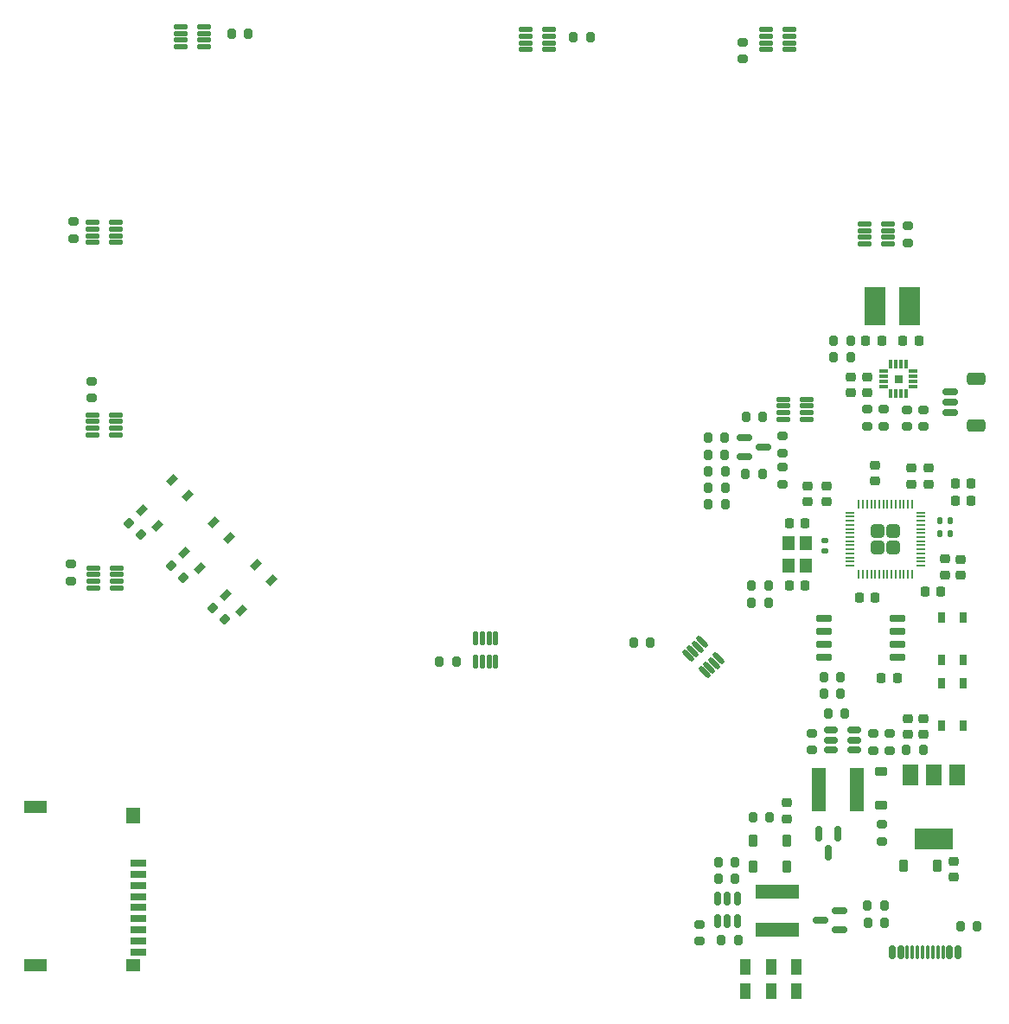
<source format=gbp>
%TF.GenerationSoftware,KiCad,Pcbnew,7.0.7*%
%TF.CreationDate,2023-10-15T16:54:31+01:00*%
%TF.ProjectId,mod-player,6d6f642d-706c-4617-9965-722e6b696361,rev?*%
%TF.SameCoordinates,Original*%
%TF.FileFunction,Paste,Bot*%
%TF.FilePolarity,Positive*%
%FSLAX46Y46*%
G04 Gerber Fmt 4.6, Leading zero omitted, Abs format (unit mm)*
G04 Created by KiCad (PCBNEW 7.0.7) date 2023-10-15 16:54:31*
%MOMM*%
%LPD*%
G01*
G04 APERTURE LIST*
G04 Aperture macros list*
%AMRoundRect*
0 Rectangle with rounded corners*
0 $1 Rounding radius*
0 $2 $3 $4 $5 $6 $7 $8 $9 X,Y pos of 4 corners*
0 Add a 4 corners polygon primitive as box body*
4,1,4,$2,$3,$4,$5,$6,$7,$8,$9,$2,$3,0*
0 Add four circle primitives for the rounded corners*
1,1,$1+$1,$2,$3*
1,1,$1+$1,$4,$5*
1,1,$1+$1,$6,$7*
1,1,$1+$1,$8,$9*
0 Add four rect primitives between the rounded corners*
20,1,$1+$1,$2,$3,$4,$5,0*
20,1,$1+$1,$4,$5,$6,$7,0*
20,1,$1+$1,$6,$7,$8,$9,0*
20,1,$1+$1,$8,$9,$2,$3,0*%
%AMRotRect*
0 Rectangle, with rotation*
0 The origin of the aperture is its center*
0 $1 length*
0 $2 width*
0 $3 Rotation angle, in degrees counterclockwise*
0 Add horizontal line*
21,1,$1,$2,0,0,$3*%
G04 Aperture macros list end*
%ADD10C,0.010000*%
%ADD11RotRect,1.050000X0.650000X45.000000*%
%ADD12RoundRect,0.125000X0.537500X0.125000X-0.537500X0.125000X-0.537500X-0.125000X0.537500X-0.125000X0*%
%ADD13RoundRect,0.150000X0.512500X0.150000X-0.512500X0.150000X-0.512500X-0.150000X0.512500X-0.150000X0*%
%ADD14RoundRect,0.200000X0.200000X0.275000X-0.200000X0.275000X-0.200000X-0.275000X0.200000X-0.275000X0*%
%ADD15RoundRect,0.225000X0.225000X0.250000X-0.225000X0.250000X-0.225000X-0.250000X0.225000X-0.250000X0*%
%ADD16RoundRect,0.200000X-0.200000X-0.275000X0.200000X-0.275000X0.200000X0.275000X-0.200000X0.275000X0*%
%ADD17RoundRect,0.150000X-0.587500X-0.150000X0.587500X-0.150000X0.587500X0.150000X-0.587500X0.150000X0*%
%ADD18RoundRect,0.225000X-0.250000X0.225000X-0.250000X-0.225000X0.250000X-0.225000X0.250000X0.225000X0*%
%ADD19RoundRect,0.200000X0.275000X-0.200000X0.275000X0.200000X-0.275000X0.200000X-0.275000X-0.200000X0*%
%ADD20RoundRect,0.225000X0.250000X-0.225000X0.250000X0.225000X-0.250000X0.225000X-0.250000X-0.225000X0*%
%ADD21RoundRect,0.200000X-0.275000X0.200000X-0.275000X-0.200000X0.275000X-0.200000X0.275000X0.200000X0*%
%ADD22R,1.600000X0.700000*%
%ADD23R,2.200000X1.200000*%
%ADD24R,1.400000X1.600000*%
%ADD25R,1.400000X1.200000*%
%ADD26RoundRect,0.150000X-0.150000X0.587500X-0.150000X-0.587500X0.150000X-0.587500X0.150000X0.587500X0*%
%ADD27RoundRect,0.125000X-0.537500X-0.125000X0.537500X-0.125000X0.537500X0.125000X-0.537500X0.125000X0*%
%ADD28RoundRect,0.225000X-0.225000X-0.250000X0.225000X-0.250000X0.225000X0.250000X-0.225000X0.250000X0*%
%ADD29RoundRect,0.225000X-0.225000X-0.375000X0.225000X-0.375000X0.225000X0.375000X-0.225000X0.375000X0*%
%ADD30RoundRect,0.225000X-0.375000X0.225000X-0.375000X-0.225000X0.375000X-0.225000X0.375000X0.225000X0*%
%ADD31RoundRect,0.150000X0.587500X0.150000X-0.587500X0.150000X-0.587500X-0.150000X0.587500X-0.150000X0*%
%ADD32RoundRect,0.225000X0.225000X0.375000X-0.225000X0.375000X-0.225000X-0.375000X0.225000X-0.375000X0*%
%ADD33RoundRect,0.200000X-0.335876X-0.053033X-0.053033X-0.335876X0.335876X0.053033X0.053033X0.335876X0*%
%ADD34RoundRect,0.150000X0.625000X-0.150000X0.625000X0.150000X-0.625000X0.150000X-0.625000X-0.150000X0*%
%ADD35RoundRect,0.250000X0.650000X-0.350000X0.650000X0.350000X-0.650000X0.350000X-0.650000X-0.350000X0*%
%ADD36RoundRect,0.125000X-0.125000X0.537500X-0.125000X-0.537500X0.125000X-0.537500X0.125000X0.537500X0*%
%ADD37RoundRect,0.125000X0.468458X-0.291682X-0.291682X0.468458X-0.468458X0.291682X0.291682X-0.468458X0*%
%ADD38RoundRect,0.135000X0.135000X0.185000X-0.135000X0.185000X-0.135000X-0.185000X0.135000X-0.185000X0*%
%ADD39RoundRect,0.135000X-0.185000X0.135000X-0.185000X-0.135000X0.185000X-0.135000X0.185000X0.135000X0*%
%ADD40R,1.000000X1.600000*%
%ADD41R,0.650000X1.050000*%
%ADD42R,1.200000X1.400000*%
%ADD43RoundRect,0.249999X0.395001X-0.395001X0.395001X0.395001X-0.395001X0.395001X-0.395001X-0.395001X0*%
%ADD44RoundRect,0.050000X0.050000X-0.387500X0.050000X0.387500X-0.050000X0.387500X-0.050000X-0.387500X0*%
%ADD45RoundRect,0.050000X0.387500X-0.050000X0.387500X0.050000X-0.387500X0.050000X-0.387500X-0.050000X0*%
%ADD46R,2.000000X3.800000*%
%ADD47R,1.500000X2.000000*%
%ADD48R,3.800000X2.000000*%
%ADD49RoundRect,0.008100X0.126900X-0.411900X0.126900X0.411900X-0.126900X0.411900X-0.126900X-0.411900X0*%
%ADD50RoundRect,0.008100X-0.411900X-0.126900X0.411900X-0.126900X0.411900X0.126900X-0.411900X0.126900X0*%
%ADD51RoundRect,0.150000X0.150000X0.500000X-0.150000X0.500000X-0.150000X-0.500000X0.150000X-0.500000X0*%
%ADD52RoundRect,0.075000X0.075000X0.575000X-0.075000X0.575000X-0.075000X-0.575000X0.075000X-0.575000X0*%
%ADD53R,1.400000X4.200000*%
%ADD54RoundRect,0.150000X-0.650000X-0.150000X0.650000X-0.150000X0.650000X0.150000X-0.650000X0.150000X0*%
%ADD55R,4.200000X1.400000*%
%ADD56RoundRect,0.150000X-0.150000X0.512500X-0.150000X-0.512500X0.150000X-0.512500X0.150000X0.512500X0*%
G04 APERTURE END LIST*
%TO.C,U5*%
D10*
X432406000Y-74043400D02*
X431706000Y-74043400D01*
X431706000Y-73343400D01*
X432406000Y-73343400D01*
X432406000Y-74043400D01*
G36*
X432406000Y-74043400D02*
G01*
X431706000Y-74043400D01*
X431706000Y-73343400D01*
X432406000Y-73343400D01*
X432406000Y-74043400D01*
G37*
%TD*%
D11*
%TO.C,SW4*%
X369164107Y-91906917D03*
X366229614Y-94841410D03*
X370684386Y-93427196D03*
X367749893Y-96361689D03*
%TD*%
D12*
%TO.C,U13*%
X355504300Y-92190000D03*
X355504300Y-92840000D03*
X355504300Y-93490000D03*
X355504300Y-94140000D03*
X353229300Y-94140000D03*
X353229300Y-93490000D03*
X353229300Y-92840000D03*
X353229300Y-92190000D03*
%TD*%
D13*
%TO.C,U7*%
X427735300Y-108088600D03*
X427735300Y-109038600D03*
X427735300Y-109988600D03*
X425460300Y-109988600D03*
X425460300Y-109038600D03*
X425460300Y-108088600D03*
%TD*%
D14*
%TO.C,R47*%
X415048200Y-81113800D03*
X413398200Y-81113800D03*
%TD*%
D15*
%TO.C,C14*%
X431955800Y-103001400D03*
X430405800Y-103001400D03*
%TD*%
D16*
%TO.C,R24*%
X417834400Y-116641400D03*
X419484400Y-116641400D03*
%TD*%
D17*
%TO.C,Q3*%
X416979500Y-81317800D03*
X416979500Y-79417800D03*
X418854500Y-80367800D03*
%TD*%
D18*
%TO.C,C17*%
X434532600Y-106919000D03*
X434532600Y-108469000D03*
%TD*%
D19*
%TO.C,R21*%
X428996800Y-78329200D03*
X428996800Y-76679200D03*
%TD*%
D20*
%TO.C,C6*%
X433342400Y-83989600D03*
X433342400Y-82439600D03*
%TD*%
D14*
%TO.C,R13*%
X419352800Y-95573200D03*
X417702800Y-95573200D03*
%TD*%
D21*
%TO.C,R28*%
X423595800Y-108388600D03*
X423595800Y-110038600D03*
%TD*%
%TO.C,R30*%
X429599400Y-108426800D03*
X429599400Y-110076800D03*
%TD*%
D22*
%TO.C,J2*%
X357645910Y-121050800D03*
X357645910Y-122150800D03*
X357645910Y-123250800D03*
X357645910Y-124350800D03*
X357645910Y-125450800D03*
X357645910Y-126550800D03*
X357645910Y-127650800D03*
X357645910Y-128750800D03*
X357645910Y-129850800D03*
D23*
X347545910Y-115550800D03*
D24*
X357145910Y-116450800D03*
D25*
X357145910Y-131050800D03*
D23*
X347545910Y-131050800D03*
%TD*%
D18*
%TO.C,C8*%
X438195400Y-91335000D03*
X438195400Y-92885000D03*
%TD*%
D14*
%TO.C,R14*%
X419352800Y-93943000D03*
X417702800Y-93943000D03*
%TD*%
D15*
%TO.C,C15*%
X422950400Y-93949200D03*
X421400400Y-93949200D03*
%TD*%
D12*
%TO.C,U11*%
X355428100Y-58387600D03*
X355428100Y-59037600D03*
X355428100Y-59687600D03*
X355428100Y-60337600D03*
X353153100Y-60337600D03*
X353153100Y-59687600D03*
X353153100Y-59037600D03*
X353153100Y-58387600D03*
%TD*%
D16*
%TO.C,R1*%
X414421200Y-122612800D03*
X416071200Y-122612800D03*
%TD*%
D15*
%TO.C,C9*%
X429796800Y-95115000D03*
X428246800Y-95115000D03*
%TD*%
D12*
%TO.C,U12*%
X355428100Y-77214000D03*
X355428100Y-77864000D03*
X355428100Y-78514000D03*
X355428100Y-79164000D03*
X353153100Y-79164000D03*
X353153100Y-78514000D03*
X353153100Y-77864000D03*
X353153100Y-77214000D03*
%TD*%
D26*
%TO.C,Q1*%
X424262800Y-118185100D03*
X426162800Y-118185100D03*
X425212800Y-120060100D03*
%TD*%
D16*
%TO.C,R33*%
X432857800Y-109995800D03*
X434507800Y-109995800D03*
%TD*%
D27*
%TO.C,U10*%
X361817100Y-41160000D03*
X361817100Y-40510000D03*
X361817100Y-39860000D03*
X361817100Y-39210000D03*
X364092100Y-39210000D03*
X364092100Y-39860000D03*
X364092100Y-40510000D03*
X364092100Y-41160000D03*
%TD*%
D20*
%TO.C,C7*%
X435021400Y-83989600D03*
X435021400Y-82439600D03*
%TD*%
D28*
%TO.C,C13*%
X437638600Y-83940000D03*
X439188600Y-83940000D03*
%TD*%
D19*
%TO.C,R22*%
X434513200Y-78354600D03*
X434513200Y-76704600D03*
%TD*%
D12*
%TO.C,U8*%
X421362900Y-39504800D03*
X421362900Y-40154800D03*
X421362900Y-40804800D03*
X421362900Y-41454800D03*
X419087900Y-41454800D03*
X419087900Y-40804800D03*
X419087900Y-40154800D03*
X419087900Y-39504800D03*
%TD*%
D28*
%TO.C,C5*%
X437624800Y-85613800D03*
X439174800Y-85613800D03*
%TD*%
D14*
%TO.C,R2*%
X416071200Y-121017200D03*
X414421200Y-121017200D03*
%TD*%
D16*
%TO.C,R43*%
X387134600Y-101401400D03*
X388784600Y-101401400D03*
%TD*%
%TO.C,R3*%
X414726000Y-128667200D03*
X416376000Y-128667200D03*
%TD*%
D29*
%TO.C,D2*%
X432556000Y-121354600D03*
X435856000Y-121354600D03*
%TD*%
D14*
%TO.C,R35*%
X415102200Y-84332600D03*
X413452200Y-84332600D03*
%TD*%
%TO.C,R52*%
X427399000Y-71570200D03*
X425749000Y-71570200D03*
%TD*%
D30*
%TO.C,D14*%
X430359800Y-112123600D03*
X430359800Y-115423600D03*
%TD*%
D31*
%TO.C,Q2*%
X426279700Y-125726800D03*
X426279700Y-127626800D03*
X424404700Y-126676800D03*
%TD*%
D32*
%TO.C,D1*%
X421169200Y-121432800D03*
X417869200Y-121432800D03*
%TD*%
D33*
%TO.C,R15*%
X366119363Y-97249363D03*
X364952637Y-96082637D03*
%TD*%
D34*
%TO.C,J3*%
X437174000Y-76979400D03*
X437174000Y-75979400D03*
X437174000Y-74979400D03*
D35*
X439699000Y-78279400D03*
X439699000Y-73679400D03*
%TD*%
D36*
%TO.C,U14*%
X390690800Y-99111100D03*
X391340800Y-99111100D03*
X391990800Y-99111100D03*
X392640800Y-99111100D03*
X392640800Y-101386100D03*
X391990800Y-101386100D03*
X391340800Y-101386100D03*
X390690800Y-101386100D03*
%TD*%
D16*
%TO.C,R7*%
X438122600Y-127261000D03*
X439772600Y-127261000D03*
%TD*%
D37*
%TO.C,U15*%
X414477563Y-101031905D03*
X414017944Y-101491524D03*
X413558324Y-101951144D03*
X413098705Y-102410763D03*
X411490037Y-100802095D03*
X411949656Y-100342476D03*
X412409276Y-99882856D03*
X412868895Y-99423237D03*
%TD*%
D19*
%TO.C,R19*%
X430587800Y-78329200D03*
X430587800Y-76679200D03*
%TD*%
D38*
%TO.C,R11*%
X437131400Y-88823800D03*
X436111400Y-88823800D03*
%TD*%
%TO.C,R12*%
X437131400Y-87589400D03*
X436111400Y-87589400D03*
%TD*%
D18*
%TO.C,C3*%
X436615400Y-91321200D03*
X436615400Y-92871200D03*
%TD*%
D21*
%TO.C,R25*%
X432982200Y-58706200D03*
X432982200Y-60356200D03*
%TD*%
D39*
%TO.C,R10*%
X424870400Y-89543200D03*
X424870400Y-90563200D03*
%TD*%
D21*
%TO.C,R40*%
X353103800Y-73901800D03*
X353103800Y-75551800D03*
%TD*%
D16*
%TO.C,R5*%
X429026200Y-125247400D03*
X430676200Y-125247400D03*
%TD*%
D19*
%TO.C,R4*%
X412576800Y-128746400D03*
X412576800Y-127096400D03*
%TD*%
%TO.C,R26*%
X416779400Y-42385800D03*
X416779400Y-40735800D03*
%TD*%
D14*
%TO.C,R6*%
X430713000Y-126893800D03*
X429063000Y-126893800D03*
%TD*%
D19*
%TO.C,R23*%
X432943000Y-78354600D03*
X432943000Y-76704600D03*
%TD*%
D14*
%TO.C,R53*%
X427399000Y-69965400D03*
X425749000Y-69965400D03*
%TD*%
D27*
%TO.C,U9*%
X395567500Y-41454800D03*
X395567500Y-40804800D03*
X395567500Y-40154800D03*
X395567500Y-39504800D03*
X397842500Y-39504800D03*
X397842500Y-40154800D03*
X397842500Y-40804800D03*
X397842500Y-41454800D03*
%TD*%
D20*
%TO.C,C18*%
X429019200Y-75072000D03*
X429019200Y-73522000D03*
%TD*%
D14*
%TO.C,R37*%
X368417000Y-39873400D03*
X366767000Y-39873400D03*
%TD*%
D40*
%TO.C,SW7*%
X417083000Y-133650600D03*
X419583000Y-133650600D03*
X422083000Y-133650600D03*
X417083000Y-131250600D03*
X419583000Y-131250600D03*
X422083000Y-131250600D03*
%TD*%
D33*
%TO.C,R17*%
X362004563Y-93154363D03*
X360837837Y-91987637D03*
%TD*%
D21*
%TO.C,R49*%
X420688600Y-82337800D03*
X420688600Y-83987800D03*
%TD*%
D27*
%TO.C,U6*%
X428739900Y-60464000D03*
X428739900Y-59814000D03*
X428739900Y-59164000D03*
X428739900Y-58514000D03*
X431014900Y-58514000D03*
X431014900Y-59164000D03*
X431014900Y-59814000D03*
X431014900Y-60464000D03*
%TD*%
D19*
%TO.C,R32*%
X430421400Y-118957200D03*
X430421400Y-117307200D03*
%TD*%
D11*
%TO.C,SW5*%
X360921407Y-83601117D03*
X357986914Y-86535610D03*
X362441686Y-85121396D03*
X359507193Y-88055889D03*
%TD*%
D41*
%TO.C,SW2*%
X438442200Y-107639303D03*
X438442200Y-103489303D03*
X436292200Y-107639303D03*
X436292200Y-103489303D03*
%TD*%
D14*
%TO.C,R34*%
X415102200Y-85988200D03*
X413452200Y-85988200D03*
%TD*%
D11*
%TO.C,SW6*%
X365042757Y-87754017D03*
X362108264Y-90688510D03*
X366563036Y-89274296D03*
X363628543Y-92208789D03*
%TD*%
D16*
%TO.C,R29*%
X425190200Y-106472200D03*
X426840200Y-106472200D03*
%TD*%
D42*
%TO.C,Y1*%
X422996400Y-89797200D03*
X422996400Y-91997200D03*
X421296400Y-91997200D03*
X421296400Y-89797200D03*
%TD*%
D43*
%TO.C,U1*%
X429993200Y-90174100D03*
X431593200Y-90174100D03*
X429993200Y-88574100D03*
X431593200Y-88574100D03*
D44*
X433393200Y-92811600D03*
X432993200Y-92811600D03*
X432593200Y-92811600D03*
X432193200Y-92811600D03*
X431793200Y-92811600D03*
X431393200Y-92811600D03*
X430993200Y-92811600D03*
X430593200Y-92811600D03*
X430193200Y-92811600D03*
X429793200Y-92811600D03*
X429393200Y-92811600D03*
X428993200Y-92811600D03*
X428593200Y-92811600D03*
X428193200Y-92811600D03*
D45*
X427355700Y-91974100D03*
X427355700Y-91574100D03*
X427355700Y-91174100D03*
X427355700Y-90774100D03*
X427355700Y-90374100D03*
X427355700Y-89974100D03*
X427355700Y-89574100D03*
X427355700Y-89174100D03*
X427355700Y-88774100D03*
X427355700Y-88374100D03*
X427355700Y-87974100D03*
X427355700Y-87574100D03*
X427355700Y-87174100D03*
X427355700Y-86774100D03*
D44*
X428193200Y-85936600D03*
X428593200Y-85936600D03*
X428993200Y-85936600D03*
X429393200Y-85936600D03*
X429793200Y-85936600D03*
X430193200Y-85936600D03*
X430593200Y-85936600D03*
X430993200Y-85936600D03*
X431393200Y-85936600D03*
X431793200Y-85936600D03*
X432193200Y-85936600D03*
X432593200Y-85936600D03*
X432993200Y-85936600D03*
X433393200Y-85936600D03*
D45*
X434230700Y-86774100D03*
X434230700Y-87174100D03*
X434230700Y-87574100D03*
X434230700Y-87974100D03*
X434230700Y-88374100D03*
X434230700Y-88774100D03*
X434230700Y-89174100D03*
X434230700Y-89574100D03*
X434230700Y-89974100D03*
X434230700Y-90374100D03*
X434230700Y-90774100D03*
X434230700Y-91174100D03*
X434230700Y-91574100D03*
X434230700Y-91974100D03*
%TD*%
D21*
%TO.C,R39*%
X351268200Y-58303000D03*
X351268200Y-59953000D03*
%TD*%
D20*
%TO.C,C4*%
X425006000Y-85691400D03*
X425006000Y-84141400D03*
%TD*%
D28*
%TO.C,C16*%
X421396400Y-87841200D03*
X422946400Y-87841200D03*
%TD*%
D15*
%TO.C,C21*%
X434050200Y-69956000D03*
X432500200Y-69956000D03*
%TD*%
D20*
%TO.C,C19*%
X427396200Y-75072000D03*
X427396200Y-73522000D03*
%TD*%
D16*
%TO.C,R45*%
X417157400Y-77423800D03*
X418807400Y-77423800D03*
%TD*%
D20*
%TO.C,C12*%
X429783800Y-83696400D03*
X429783800Y-82146400D03*
%TD*%
D46*
%TO.C,J5*%
X433181200Y-66535400D03*
%TD*%
D14*
%TO.C,R9*%
X426417200Y-102879200D03*
X424767200Y-102879200D03*
%TD*%
%TO.C,R38*%
X401894200Y-40199000D03*
X400244200Y-40199000D03*
%TD*%
%TO.C,R8*%
X426417200Y-104509400D03*
X424767200Y-104509400D03*
%TD*%
D28*
%TO.C,C10*%
X434666800Y-94524000D03*
X436216800Y-94524000D03*
%TD*%
D41*
%TO.C,SW3*%
X438407800Y-101183897D03*
X438407800Y-97033897D03*
X436257800Y-101183897D03*
X436257800Y-97033897D03*
%TD*%
D47*
%TO.C,U3*%
X433204800Y-112412600D03*
X435504800Y-112412600D03*
D48*
X435504800Y-118712600D03*
D47*
X437804800Y-112412600D03*
%TD*%
D49*
%TO.C,U5*%
X432806000Y-75128400D03*
X432306000Y-75128400D03*
X431806000Y-75128400D03*
X431306000Y-75128400D03*
D50*
X430621000Y-74443400D03*
X430621000Y-73943400D03*
X430621000Y-73443400D03*
X430621000Y-72943400D03*
D49*
X431306000Y-72258400D03*
X431806000Y-72258400D03*
X432306000Y-72258400D03*
X432806000Y-72258400D03*
D50*
X433491000Y-72943400D03*
X433491000Y-73443400D03*
X433491000Y-73943400D03*
X433491000Y-74443400D03*
%TD*%
D51*
%TO.C,J1*%
X437884800Y-129835600D03*
X437084800Y-129835600D03*
D52*
X435934800Y-129835600D03*
X434934800Y-129835600D03*
X434434800Y-129835600D03*
X433434800Y-129835600D03*
D51*
X432284800Y-129835600D03*
X431484800Y-129835600D03*
X431484800Y-129835600D03*
X432284800Y-129835600D03*
D52*
X432934800Y-129835600D03*
X433934800Y-129835600D03*
X435434800Y-129835600D03*
X436434800Y-129835600D03*
D51*
X437084800Y-129835600D03*
X437884800Y-129835600D03*
%TD*%
D28*
%TO.C,C20*%
X428864000Y-69981400D03*
X430414000Y-69981400D03*
%TD*%
D29*
%TO.C,D3*%
X417818200Y-118856800D03*
X421118200Y-118856800D03*
%TD*%
D19*
%TO.C,R31*%
X431229600Y-110076800D03*
X431229600Y-108426800D03*
%TD*%
D46*
%TO.C,J4*%
X429739800Y-66535400D03*
%TD*%
D14*
%TO.C,R41*%
X415048200Y-79465000D03*
X413398200Y-79465000D03*
%TD*%
D19*
%TO.C,R50*%
X420691000Y-80933400D03*
X420691000Y-79283400D03*
%TD*%
D18*
%TO.C,C2*%
X437499400Y-120920600D03*
X437499400Y-122470600D03*
%TD*%
D33*
%TO.C,R16*%
X357897163Y-88954563D03*
X356730437Y-87787837D03*
%TD*%
D53*
%TO.C,L2*%
X424264800Y-113933600D03*
X427964800Y-113933600D03*
%TD*%
D14*
%TO.C,R36*%
X415102200Y-82727800D03*
X413452200Y-82727800D03*
%TD*%
D20*
%TO.C,C1*%
X421112000Y-116755600D03*
X421112000Y-115205600D03*
%TD*%
D14*
%TO.C,R48*%
X418753400Y-83000200D03*
X417103400Y-83000200D03*
%TD*%
D16*
%TO.C,R44*%
X406133800Y-99491800D03*
X407783800Y-99491800D03*
%TD*%
D12*
%TO.C,U16*%
X423062100Y-75690000D03*
X423062100Y-76340000D03*
X423062100Y-76990000D03*
X423062100Y-77640000D03*
X420787100Y-77640000D03*
X420787100Y-76990000D03*
X420787100Y-76340000D03*
X420787100Y-75690000D03*
%TD*%
D20*
%TO.C,C11*%
X423177200Y-85703000D03*
X423177200Y-84153000D03*
%TD*%
D54*
%TO.C,U4*%
X424763800Y-100924200D03*
X424763800Y-99654200D03*
X424763800Y-98384200D03*
X424763800Y-97114200D03*
X431963800Y-97114200D03*
X431963800Y-98384200D03*
X431963800Y-99654200D03*
X431963800Y-100924200D03*
%TD*%
D20*
%TO.C,C22*%
X432961400Y-108464600D03*
X432961400Y-106914600D03*
%TD*%
D55*
%TO.C,L1*%
X420165200Y-127611800D03*
X420165200Y-123911800D03*
%TD*%
D56*
%TO.C,U2*%
X414385200Y-124524300D03*
X415335200Y-124524300D03*
X416285200Y-124524300D03*
X416285200Y-126799300D03*
X415335200Y-126799300D03*
X414385200Y-126799300D03*
%TD*%
D21*
%TO.C,R42*%
X351037200Y-93484200D03*
X351037200Y-91834200D03*
%TD*%
M02*

</source>
